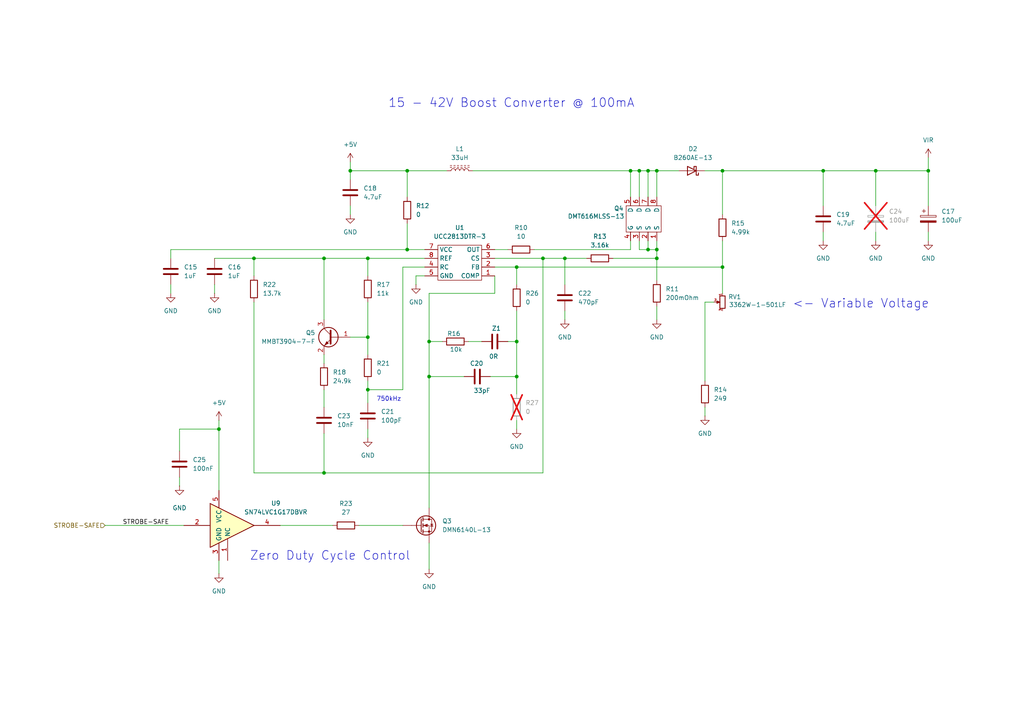
<source format=kicad_sch>
(kicad_sch (version 20250114) (generator "eeschema") (generator_version "9.0")
  (paper "A4")
  (title_block (title "Dual RPi5 Connector Board") (date "2025-09-04") (rev "Rev.1") (company "PiTrac"))
  (lib_symbols
    (symbol "74xGxx:74LVC1G34"
      (property "Reference" "U" (at 0 7.62 0))
      (property "Value" "74LVC1G34" (at 5.08 -7.62 0))
      (symbol "74LVC1G34_0_1"
        (polyline (pts (xy -7.62 6.35) (xy -7.62 -6.35) (xy 5.08 0) (xy -7.62 6.35)) (stroke (width 0.254)) (fill (type background)))
      )
      (symbol "74LVC1G34_1_1"
        (pin input line (at -15.24 0 0) (length 7.62) (name "~") (number "2"))
        (pin power_in line (at -5.08 10.16 270) (length 5.08) (name "VCC") (number "5"))
        (pin power_in line (at -5.08 -10.16 90) (length 5.08) (name "GND") (number "3"))
        (pin free line (at -2.54 -10.16 90) (length 6.35) (name "NC") (number "1"))
        (pin output line (at 12.7 0 180) (length 7.62) (name "~") (number "4"))
      )
    )
    (symbol "Device:C" (pin_numbers (hide yes)) (pin_names (offset 0.254))
      (property "Reference" "C" (at 0.635 2.54 0))
      (property "Value" "C" (at 0.635 -2.54 0))
      (symbol "C_0_1"
        (polyline (pts (xy -2.032 0.762) (xy 2.032 0.762)) (stroke (width 0.508)))
        (polyline (pts (xy -2.032 -0.762) (xy 2.032 -0.762)) (stroke (width 0.508)))
      )
      (symbol "C_1_1"
        (pin passive line (at 0 3.81 270) (length 2.794) (name "~") (number "1"))
        (pin passive line (at 0 -3.81 90) (length 2.794) (name "~") (number "2"))
      )
    )
    (symbol "Device:C_Polarized" (pin_numbers (hide yes)) (pin_names (offset 0.254))
      (property "Reference" "C" (at 0.635 2.54 0))
      (property "Value" "C_Polarized" (at 0.635 -2.54 0))
      (symbol "C_Polarized_0_1"
        (rectangle (start -2.286 0.508) (end 2.286 1.016))
        (polyline (pts (xy -1.778 2.286) (xy -0.762 2.286)))
        (polyline (pts (xy -1.27 2.794) (xy -1.27 1.778)))
        (rectangle (start 2.286 -0.508) (end -2.286 -1.016) (fill (type outline)))
      )
      (symbol "C_Polarized_1_1"
        (pin passive line (at 0 3.81 270) (length 2.794) (name "~") (number "1"))
        (pin passive line (at 0 -3.81 90) (length 2.794) (name "~") (number "2"))
      )
    )
    (symbol "Device:D_Schottky" (pin_numbers (hide yes)) (pin_names (offset 1.016) (hide yes))
      (property "Reference" "D" (at 0 2.54 0))
      (property "Value" "D_Schottky" (at 0 -2.54 0))
      (symbol "D_Schottky_0_1"
        (polyline (pts (xy -1.905 0.635) (xy -1.905 1.27) (xy -1.27 1.27) (xy -1.27 -1.27) (xy -0.635 -1.27) (xy -0.635 -0.635)) (stroke (width 0.254)))
        (polyline (pts (xy 1.27 1.27) (xy 1.27 -1.27) (xy -1.27 0) (xy 1.27 1.27)) (stroke (width 0.254)))
        (polyline (pts (xy 1.27 0) (xy -1.27 0)))
      )
      (symbol "D_Schottky_1_1"
        (pin passive line (at -3.81 0 0) (length 2.54) (name "K") (number "1"))
        (pin passive line (at 3.81 0 180) (length 2.54) (name "A") (number "2"))
      )
    )
    (symbol "Device:L_Ferrite" (pin_numbers (hide yes)) (pin_names (offset 1.016) (hide yes))
      (property "Reference" "L" (at -1.27 0 90))
      (property "Value" "L_Ferrite" (at 2.794 0 90))
      (symbol "L_Ferrite_0_1"
        (arc (start 0 2.54) (mid 0.6323 1.905) (end 0 1.27))
        (arc (start 0 1.27) (mid 0.6323 0.635) (end 0 0))
        (arc (start 0 0) (mid 0.6323 -0.635) (end 0 -1.27))
        (arc (start 0 -1.27) (mid 0.6323 -1.905) (end 0 -2.54))
        (polyline (pts (xy 1.016 2.286) (xy 1.016 2.794)))
        (polyline (pts (xy 1.016 1.27) (xy 1.016 1.778)))
        (polyline (pts (xy 1.016 0.254) (xy 1.016 0.762)))
        (polyline (pts (xy 1.016 -0.762) (xy 1.016 -0.254)))
        (polyline (pts (xy 1.016 -1.778) (xy 1.016 -1.27)))
        (polyline (pts (xy 1.016 -2.794) (xy 1.016 -2.286)))
        (polyline (pts (xy 1.524 2.794) (xy 1.524 2.286)))
        (polyline (pts (xy 1.524 1.778) (xy 1.524 1.27)))
        (polyline (pts (xy 1.524 0.762) (xy 1.524 0.254)))
        (polyline (pts (xy 1.524 -0.254) (xy 1.524 -0.762)))
        (polyline (pts (xy 1.524 -1.27) (xy 1.524 -1.778)))
        (polyline (pts (xy 1.524 -2.286) (xy 1.524 -2.794)))
      )
      (symbol "L_Ferrite_1_1"
        (pin passive line (at 0 3.81 270) (length 1.27) (name "1") (number "1"))
        (pin passive line (at 0 -3.81 90) (length 1.27) (name "2") (number "2"))
      )
    )
    (symbol "Device:Q_NMOS" (pin_numbers (hide yes)) (pin_names (offset 0) (hide yes))
      (property "Reference" "Q1" (at 6.35 1.2701 0))
      (property "Value" "DMG2302UKQ-7" (at 6.35 -1.2699 0))
      (symbol "Q_NMOS_0_1"
        (polyline (pts (xy 0.254 1.905) (xy 0.254 -1.905)) (stroke (width 0.254)))
        (polyline (pts (xy 0.254 0) (xy -2.54 0)))
        (polyline (pts (xy 0.762 2.286) (xy 0.762 1.27)) (stroke (width 0.254)))
        (polyline (pts (xy 0.762 0.508) (xy 0.762 -0.508)) (stroke (width 0.254)))
        (polyline (pts (xy 0.762 -1.27) (xy 0.762 -2.286)) (stroke (width 0.254)))
        (polyline (pts (xy 0.762 -1.778) (xy 3.302 -1.778) (xy 3.302 1.778) (xy 0.762 1.778)))
        (polyline (pts (xy 1.016 0) (xy 2.032 0.381) (xy 2.032 -0.381) (xy 1.016 0)) (fill (type outline)))
        (circle (center 1.651 0) (radius 2.794) (stroke (width 0.254)))
        (polyline (pts (xy 2.54 2.54) (xy 2.54 1.778)))
        (circle (center 2.54 1.778) (radius 0.254) (fill (type outline)))
        (circle (center 2.54 -1.778) (radius 0.254) (fill (type outline)))
        (polyline (pts (xy 2.54 -2.54) (xy 2.54 0) (xy 0.762 0)))
        (polyline (pts (xy 2.921 0.381) (xy 3.683 0.381)))
        (polyline (pts (xy 3.302 0.381) (xy 2.921 -0.254) (xy 3.683 -0.254) (xy 3.302 0.381)))
      )
      (symbol "Q_NMOS_1_1"
        (pin input line (at -5.08 0 0) (length 2.54) (name "1") (number "1"))
        (pin passive line (at 2.54 5.08 270) (length 2.54) (name "3") (number "3"))
        (pin passive line (at 2.54 -5.08 90) (length 2.54) (name "2") (number "2"))
      )
    )
    (symbol "Device:R" (pin_numbers (hide yes)) (pin_names (offset 0))
      (property "Reference" "R" (at 2.032 0 90))
      (property "Value" "R" (at 0 0 90))
      (symbol "R_0_1"
        (rectangle (start -1.016 -2.54) (end 1.016 2.54) (stroke (width 0.254)))
      )
      (symbol "R_1_1"
        (pin passive line (at 0 3.81 270) (length 1.27) (name "~") (number "1"))
        (pin passive line (at 0 -3.81 90) (length 1.27) (name "~") (number "2"))
      )
    )
    (symbol "Device:R_Potentiometer_Small" (pin_names (offset 1.016) (hide yes))
      (property "Reference" "RV" (at -4.445 0 90))
      (property "Value" "R_Potentiometer_Small" (at -2.54 0 90))
      (symbol "R_Potentiometer_Small_0_1"
        (rectangle (start 0.762 1.8034) (end -0.762 -1.8034) (stroke (width 0.254)))
        (polyline (pts (xy 0.889 0) (xy 0.635 0) (xy 1.651 0.381) (xy 1.651 -0.381) (xy 0.635 0) (xy 0.889 0)) (fill (type outline)))
      )
      (symbol "R_Potentiometer_Small_1_1"
        (pin passive line (at 0 2.54 270) (length 0.635) (name "1") (number "1"))
        (pin passive line (at 0 -2.54 90) (length 0.635) (name "3") (number "3"))
        (pin passive line (at 2.54 0 180) (length 0.9906) (name "2") (number "2"))
      )
    )
    (symbol "Pi Connector Parts:DMT6012LSS-13"
      (property "Reference" "Q" (at -3.302 -6.35 0))
      (property "Value" "DMT6012LSS-13" (at 0 0 0))
      (symbol "DMT6012LSS-13_0_1"
        (rectangle (start -3.81 5.08) (end 3.81 -5.08))
      )
      (symbol "DMT6012LSS-13_1_1"
        (pin passive line (at -6.35 3.81 0) (length 2.54) (name "S") (number "1"))
        (pin passive line (at -6.35 1.27 0) (length 2.54) (name "S") (number "2"))
        (pin passive line (at -6.35 -1.27 0) (length 2.54) (name "S") (number "3"))
        (pin passive line (at -6.35 -3.81 0) (length 2.54) (name "G") (number "4"))
        (pin passive line (at 6.35 3.81 180) (length 2.54) (name "D") (number "8"))
        (pin passive line (at 6.35 1.27 180) (length 2.54) (name "D") (number "7"))
        (pin passive line (at 6.35 -1.27 180) (length 2.54) (name "D") (number "6"))
        (pin passive line (at 6.35 -3.81 180) (length 2.54) (name "D") (number "5"))
      )
    )
    (symbol "Pi Connector Parts:UCC2813DTR-3"
      (property "Reference" "U" (at -5.842 -6.096 0))
      (property "Value" "UCC2813DTR-3" (at 0 0 0))
      (symbol "UCC2813DTR-3_0_1"
        (rectangle (start -6.35 5.08) (end 6.35 -5.08))
      )
      (symbol "UCC2813DTR-3_1_1"
        (pin passive line (at -10.16 3.81 0) (length 3.81) (name "VCC") (number "7"))
        (pin passive line (at -10.16 1.27 0) (length 3.81) (name "REF") (number "8"))
        (pin passive line (at -10.16 -1.27 0) (length 3.81) (name "RC") (number "4"))
        (pin passive line (at -10.16 -3.81 0) (length 3.81) (name "GND") (number "5"))
        (pin passive line (at 10.16 3.81 180) (length 3.81) (name "OUT") (number "6"))
        (pin passive line (at 10.16 1.27 180) (length 3.81) (name "CS") (number "3"))
        (pin passive line (at 10.16 -1.27 180) (length 3.81) (name "FB") (number "2"))
        (pin passive line (at 10.16 -3.81 180) (length 3.81) (name "COMP") (number "1"))
      )
    )
    (symbol "Transistor_BJT:MMBT3904" (pin_names (offset 0) (hide yes))
      (property "Reference" "Q" (at 5.08 1.905 0))
      (property "Value" "MMBT3904" (at 5.08 0 0))
      (symbol "MMBT3904_0_1"
        (polyline (pts (xy -2.54 0) (xy 0.635 0)))
        (polyline (pts (xy 0.635 1.905) (xy 0.635 -1.905)) (stroke (width 0.508)))
        (circle (center 1.27 0) (radius 2.8194) (stroke (width 0.254)))
      )
      (symbol "MMBT3904_1_1"
        (polyline (pts (xy 0.635 0.635) (xy 2.54 2.54)))
        (polyline (pts (xy 0.635 -0.635) (xy 2.54 -2.54)))
        (polyline (pts (xy 1.27 -1.778) (xy 1.778 -1.27) (xy 2.286 -2.286) (xy 1.27 -1.778)) (fill (type outline)))
        (pin input line (at -5.08 0 0) (length 2.54) (name "B") (number "1"))
        (pin passive line (at 2.54 5.08 270) (length 2.54) (name "C") (number "3"))
        (pin passive line (at 2.54 -5.08 90) (length 2.54) (name "E") (number "2"))
      )
    )
    (symbol "power:+5V" (power) (pin_numbers (hide yes)) (pin_names (offset 0) (hide yes))
      (property "Value" "+5V" (at 0 3.556 0))
      (symbol "+5V_0_1"
        (polyline (pts (xy -0.762 1.27) (xy 0 2.54)))
        (polyline (pts (xy 0 2.54) (xy 0.762 1.27)))
        (polyline (pts (xy 0 0) (xy 0 2.54)))
      )
      (symbol "+5V_1_1"
        (pin power_in line (at 0 0 90) (length 0) (name "~") (number "1"))
      )
    )
    (symbol "power:GND" (power) (pin_numbers (hide yes)) (pin_names (offset 0) (hide yes))
      (property "Value" "GND" (at 0 -3.81 0))
      (symbol "GND_0_1"
        (polyline (pts (xy 0 0) (xy 0 -1.27) (xy 1.27 -1.27) (xy 0 -2.54) (xy -1.27 -1.27) (xy 0 -1.27)))
      )
      (symbol "GND_1_1"
        (pin power_in line (at 0 0 270) (length 0) (name "~") (number "1"))
      )
    )
  )
  (text "Zero Duty Cycle Control" (at 95.758 161.29 0) (effects (font (size 2.54 2.54))))
  (text "<- Variable Voltage" (at 249.682 88.138 0) (effects (font (size 2.54 2.54))))
  (text "750kHz" (at 112.776 115.824 0) (effects (font (size 1.27 1.27))))
  (text "15 - 42V Boost Converter @ 100mA" (at 148.336 29.972 0) (effects (font (size 2.54 2.54))))
  (junction (at 190.5 74.93))
  (junction (at 238.76 49.53))
  (junction (at 149.86 77.47))
  (junction (at 187.96 49.53))
  (junction (at 73.66 74.93))
  (junction (at 106.68 113.03))
  (junction (at 190.5 49.53))
  (junction (at 118.11 49.53))
  (junction (at 149.86 109.22))
  (junction (at 124.46 99.06))
  (junction (at 106.68 74.93))
  (junction (at 118.11 72.39))
  (junction (at 93.98 74.93))
  (junction (at 93.98 137.16))
  (junction (at 185.42 49.53))
  (junction (at 187.96 72.39))
  (junction (at 190.5 72.39))
  (junction (at 63.5 124.46))
  (junction (at 157.48 74.93))
  (junction (at 209.55 77.47))
  (junction (at 269.24 49.53))
  (junction (at 124.46 109.22))
  (junction (at 209.55 49.53))
  (junction (at 254 49.53))
  (junction (at 182.88 49.53))
  (junction (at 101.6 49.53))
  (junction (at 106.68 97.79))
  (junction (at 149.86 99.06))
  (junction (at 163.83 74.93))
  (wire (pts (xy 73.66 137.16) (xy 93.98 137.16)))
  (wire (pts (xy 149.86 77.47) (xy 209.55 77.47)))
  (wire (pts (xy 49.53 72.39) (xy 49.53 74.93)))
  (wire (pts (xy 124.46 85.09) (xy 124.46 99.06)))
  (wire (pts (xy 147.32 99.06) (xy 149.86 99.06)))
  (wire (pts (xy 120.65 80.01) (xy 123.19 80.01)))
  (wire (pts (xy 116.84 77.47) (xy 116.84 113.03)))
  (wire (pts (xy 73.66 87.63) (xy 73.66 137.16)))
  (wire (pts (xy 149.86 121.92) (xy 149.86 124.46)))
  (wire (pts (xy 163.83 74.93) (xy 170.18 74.93)))
  (wire (pts (xy 63.5 124.46) (xy 63.5 142.24)))
  (wire (pts (xy 185.42 72.39) (xy 187.96 72.39)))
  (wire (pts (xy 185.42 49.53) (xy 187.96 49.53)))
  (wire (pts (xy 101.6 59.69) (xy 101.6 62.23)))
  (wire (pts (xy 182.88 49.53) (xy 182.88 57.15)))
  (wire (pts (xy 62.23 74.93) (xy 73.66 74.93)))
  (wire (pts (xy 209.55 62.23) (xy 209.55 49.53)))
  (wire (pts (xy 106.68 110.49) (xy 106.68 113.03)))
  (wire (pts (xy 187.96 72.39) (xy 190.5 72.39)))
  (wire (pts (xy 254 49.53) (xy 238.76 49.53)))
  (wire (pts (xy 52.07 138.43) (xy 52.07 140.97)))
  (wire (pts (xy 207.01 87.63) (xy 204.47 87.63)))
  (wire (pts (xy 124.46 109.22) (xy 134.62 109.22)))
  (wire (pts (xy 118.11 49.53) (xy 129.54 49.53)))
  (wire (pts (xy 106.68 74.93) (xy 123.19 74.93)))
  (wire (pts (xy 149.86 77.47) (xy 149.86 82.55)))
  (wire (pts (xy 190.5 72.39) (xy 190.5 69.85)))
  (wire (pts (xy 190.5 49.53) (xy 196.85 49.53)))
  (wire (pts (xy 30.48 152.4) (xy 53.34 152.4)))
  (wire (pts (xy 238.76 67.31) (xy 238.76 69.85)))
  (wire (pts (xy 137.16 49.53) (xy 182.88 49.53)))
  (wire (pts (xy 106.68 124.46) (xy 106.68 127)))
  (wire (pts (xy 106.68 97.79) (xy 106.68 102.87)))
  (wire (pts (xy 254 49.53) (xy 269.24 49.53)))
  (wire (pts (xy 143.51 85.09) (xy 124.46 85.09)))
  (wire (pts (xy 63.5 162.56) (xy 63.5 166.37)))
  (wire (pts (xy 93.98 125.73) (xy 93.98 137.16)))
  (wire (pts (xy 209.55 49.53) (xy 238.76 49.53)))
  (wire (pts (xy 120.65 80.01) (xy 120.65 82.55)))
  (wire (pts (xy 116.84 77.47) (xy 123.19 77.47)))
  (wire (pts (xy 142.24 109.22) (xy 149.86 109.22)))
  (wire (pts (xy 118.11 64.77) (xy 118.11 72.39)))
  (wire (pts (xy 238.76 49.53) (xy 238.76 59.69)))
  (wire (pts (xy 81.28 152.4) (xy 96.52 152.4)))
  (wire (pts (xy 49.53 72.39) (xy 118.11 72.39)))
  (wire (pts (xy 154.94 72.39) (xy 182.88 72.39)))
  (wire (pts (xy 73.66 74.93) (xy 73.66 80.01)))
  (wire (pts (xy 124.46 157.48) (xy 124.46 165.1)))
  (wire (pts (xy 149.86 99.06) (xy 149.86 90.17)))
  (wire (pts (xy 182.88 49.53) (xy 185.42 49.53)))
  (wire (pts (xy 185.42 69.85) (xy 185.42 72.39)))
  (wire (pts (xy 143.51 77.47) (xy 149.86 77.47)))
  (wire (pts (xy 190.5 74.93) (xy 190.5 81.28)))
  (wire (pts (xy 52.07 124.46) (xy 63.5 124.46)))
  (wire (pts (xy 190.5 88.9) (xy 190.5 92.71)))
  (wire (pts (xy 190.5 49.53) (xy 190.5 57.15)))
  (wire (pts (xy 73.66 74.93) (xy 93.98 74.93)))
  (wire (pts (xy 106.68 113.03) (xy 116.84 113.03)))
  (wire (pts (xy 104.14 152.4) (xy 116.84 152.4)))
  (wire (pts (xy 204.47 118.11) (xy 204.47 120.65)))
  (wire (pts (xy 93.98 113.03) (xy 93.98 118.11)))
  (wire (pts (xy 157.48 74.93) (xy 163.83 74.93)))
  (wire (pts (xy 101.6 49.53) (xy 118.11 49.53)))
  (wire (pts (xy 101.6 49.53) (xy 101.6 46.99)))
  (wire (pts (xy 163.83 74.93) (xy 163.83 82.55)))
  (wire (pts (xy 101.6 97.79) (xy 106.68 97.79)))
  (wire (pts (xy 106.68 87.63) (xy 106.68 97.79)))
  (wire (pts (xy 123.19 72.39) (xy 118.11 72.39)))
  (wire (pts (xy 204.47 87.63) (xy 204.47 110.49)))
  (wire (pts (xy 93.98 137.16) (xy 157.48 137.16)))
  (wire (pts (xy 157.48 74.93) (xy 157.48 137.16)))
  (wire (pts (xy 187.96 49.53) (xy 187.96 57.15)))
  (wire (pts (xy 149.86 109.22) (xy 149.86 114.3)))
  (wire (pts (xy 204.47 49.53) (xy 209.55 49.53)))
  (wire (pts (xy 49.53 82.55) (xy 49.53 85.09)))
  (wire (pts (xy 124.46 99.06) (xy 128.27 99.06)))
  (wire (pts (xy 254 59.69) (xy 254 49.53)))
  (wire (pts (xy 106.68 74.93) (xy 106.68 80.01)))
  (wire (pts (xy 52.07 130.81) (xy 52.07 124.46)))
  (wire (pts (xy 93.98 74.93) (xy 93.98 92.71)))
  (wire (pts (xy 269.24 49.53) (xy 269.24 59.69)))
  (wire (pts (xy 93.98 74.93) (xy 106.68 74.93)))
  (wire (pts (xy 187.96 49.53) (xy 190.5 49.53)))
  (wire (pts (xy 190.5 72.39) (xy 190.5 74.93)))
  (wire (pts (xy 118.11 57.15) (xy 118.11 49.53)))
  (wire (pts (xy 62.23 82.55) (xy 62.23 85.09)))
  (wire (pts (xy 209.55 77.47) (xy 209.55 85.09)))
  (wire (pts (xy 254 67.31) (xy 254 69.85)))
  (wire (pts (xy 124.46 99.06) (xy 124.46 109.22)))
  (wire (pts (xy 269.24 67.31) (xy 269.24 69.85)))
  (wire (pts (xy 177.8 74.93) (xy 190.5 74.93)))
  (wire (pts (xy 182.88 69.85) (xy 182.88 72.39)))
  (wire (pts (xy 143.51 74.93) (xy 157.48 74.93)))
  (wire (pts (xy 269.24 45.72) (xy 269.24 49.53)))
  (wire (pts (xy 185.42 49.53) (xy 185.42 57.15)))
  (wire (pts (xy 209.55 69.85) (xy 209.55 77.47)))
  (wire (pts (xy 63.5 121.92) (xy 63.5 124.46)))
  (wire (pts (xy 135.89 99.06) (xy 139.7 99.06)))
  (wire (pts (xy 163.83 90.17) (xy 163.83 92.71)))
  (wire (pts (xy 143.51 80.01) (xy 143.51 85.09)))
  (wire (pts (xy 93.98 102.87) (xy 93.98 105.41)))
  (wire (pts (xy 149.86 99.06) (xy 149.86 109.22)))
  (wire (pts (xy 187.96 69.85) (xy 187.96 72.39)))
  (wire (pts (xy 143.51 72.39) (xy 147.32 72.39)))
  (wire (pts (xy 101.6 52.07) (xy 101.6 49.53)))
  (wire (pts (xy 106.68 113.03) (xy 106.68 116.84)))
  (wire (pts (xy 124.46 147.32) (xy 124.46 109.22)))
  (label "STROBE-SAFE" (at 35.56 152.4 0))
  (hierarchical_label "STROBE-SAFE" (shape input) (at 30.48 152.4 180))
  (symbol (lib_id "Device:R") (at 149.86 118.11 180) (unit 1) (dnp yes)
    (property "Reference" "R27" (at 152.4 116.8399 0) (effects (justify right)))
    (property "Value" "0" (at 152.4 119.3799 0) (effects (justify right)))
    (property "Footprint" "Resistor_SMD:R_0603_1608Metric_Pad0.98x0.95mm_HandSolder" (effects (hide yes)))
    (property "Description" "Resistor" (effects (hide yes)))
    (property "Part Number" "RC0603JR-070RL" (effects (hide yes)))
  )
  (symbol (lib_id "Device:R") (at 106.68 83.82 180) (unit 1)
    (property "Reference" "R17" (at 109.22 82.5499 0) (effects (justify right)))
    (property "Value" "11k" (at 109.22 85.0899 0) (effects (justify right)))
    (property "Footprint" "Resistor_SMD:R_0603_1608Metric_Pad0.98x0.95mm_HandSolder" (effects (hide yes)))
    (property "Description" "Resistor" (effects (hide yes)))
    (property "Part Number" "RC0603FR-1311KL" (effects (hide yes)))
  )
  (symbol (lib_id "Device:R") (at 93.98 109.22 180) (unit 1)
    (property "Reference" "R18" (at 96.52 107.9499 0) (effects (justify right)))
    (property "Value" "24.9k" (at 96.52 110.4899 0) (effects (justify right)))
    (property "Footprint" "Resistor_SMD:R_0603_1608Metric_Pad0.98x0.95mm_HandSolder" (effects (hide yes)))
    (property "Description" "Resistor" (effects (hide yes)))
    (property "Part Number" "RC0603FR-0724K9L" (effects (hide yes)))
  )
  (symbol (lib_id "power:GND") (at 101.6 62.23 0) (mirror y) (unit 1)
    (property "Reference" "#PWR045" (effects (hide yes)))
    (property "Value" "GND" (at 101.6 67.31 0))
    (property "Description" "Power symbol creates a global label with name \"GND\" , ground" (effects (hide yes)))
  )
  (symbol (lib_id "Device:C") (at 62.23 78.74 0) (unit 1)
    (property "Reference" "C16" (at 66.04 77.4699 0) (effects (justify left)))
    (property "Value" "1uF" (at 66.04 80.0099 0) (effects (justify left)))
    (property "Footprint" "Capacitor_SMD:C_0603_1608Metric_Pad1.08x0.95mm_HandSolder" (effects (hide yes)))
    (property "Datasheet" "https://pim.murata.com/en-us/pim/details/?partNum=GCM188R71C105KA64%23" (effects (hide yes)))
    (property "Description" "Unpolarized capacitor" (effects (hide yes)))
    (property "Part Number" "GCM188R71C105KA64J" (effects (hide yes)))
  )
  (symbol (lib_id "Device:C") (at 52.07 134.62 0) (unit 1)
    (property "Reference" "C25" (at 55.88 133.3499 0) (effects (justify left)))
    (property "Value" "100nF" (at 55.88 135.8899 0) (effects (justify left)))
    (property "Footprint" "Capacitor_SMD:C_0603_1608Metric_Pad1.08x0.95mm_HandSolder" (effects (hide yes)))
    (property "Datasheet" "https://pim.murata.com/en-us/pim/details/?partNum=GCJ188R71H104KA12D" (effects (hide yes)))
    (property "Description" "Unpolarized capacitor" (effects (hide yes)))
    (property "Part Number" "GCJ188R71H104KA12D" (effects (hide yes)))
  )
  (symbol (lib_id "Device:R") (at 100.33 152.4 90) (unit 1)
    (property "Reference" "R23" (at 100.33 146.05 90))
    (property "Value" "27" (at 100.33 148.59 90))
    (property "Footprint" "Resistor_SMD:R_0603_1608Metric_Pad0.98x0.95mm_HandSolder" (effects (hide yes)))
    (property "Description" "Resistor" (effects (hide yes)))
    (property "Part Number" "RC0603FR-0727RL" (effects (hide yes)))
  )
  (symbol (lib_id "Device:C") (at 101.6 55.88 0) (unit 1)
    (property "Reference" "C18" (at 105.41 54.6099 0) (effects (justify left)))
    (property "Value" "4.7uF" (at 105.41 57.1499 0) (effects (justify left)))
    (property "Footprint" "Capacitor_SMD:C_0805_2012Metric_Pad1.18x1.45mm_HandSolder" (effects (hide yes)))
    (property "Datasheet" "https://pim.murata.com/en-us/pim/details/?partNum=GRM21BR71C475KE51%23" (effects (hide yes)))
    (property "Description" "Unpolarized capacitor" (effects (hide yes)))
    (property "Part Number" "GRM21BR71C475KE51L" (effects (hide yes)))
  )
  (symbol (lib_id "Device:C_Polarized") (at 269.24 63.5 0) (unit 1)
    (property "Reference" "C17" (at 273.05 61.3409 0) (effects (justify left)))
    (property "Value" "100uF" (at 273.05 63.8809 0) (effects (justify left)))
    (property "Footprint" "Capacitor_THT:CP_Radial_D10.0mm_P5.00mm" (effects (hide yes)))
    (property "Datasheet" "https://www.chemi-con.co.jp/products/relatedfiles/capacitor/catalog/HSELL-e.PDF" (effects (hide yes)))
    (property "Description" "Polarized capacitor" (effects (hide yes)))
    (property "Part Number" "HHSE630ELL101MJC5S" (effects (hide yes)))
  )
  (symbol (lib_id "74xGxx:74LVC1G34") (at 68.58 152.4 0) (unit 1)
    (property "Reference" "U9" (at 80.01 145.9798 0))
    (property "Value" "SN74LVC1G17DBVR" (at 80.01 148.5198 0))
    (property "Footprint" "Package_TO_SOT_SMD:SOT-23-5_HandSoldering" (effects (hide yes)))
    (property "Datasheet" "https://www.ti.com/lit/ds/symlink/sn74lvc1g17.pdf" (effects (hide yes)))
  )
  (symbol (lib_id "power:GND") (at 163.83 92.71 0) (mirror y) (unit 1)
    (property "Reference" "#PWR049" (effects (hide yes)))
    (property "Value" "GND" (at 163.83 97.79 0))
    (property "Description" "Power symbol creates a global label with name \"GND\" , ground" (effects (hide yes)))
  )
  (symbol (lib_id "Device:R") (at 204.47 114.3 180) (unit 1)
    (property "Reference" "R14" (at 207.01 113.0299 0) (effects (justify right)))
    (property "Value" "249" (at 207.01 115.5699 0) (effects (justify right)))
    (property "Footprint" "Resistor_SMD:R_0603_1608Metric_Pad0.98x0.95mm_HandSolder" (effects (hide yes)))
    (property "Description" "Resistor" (effects (hide yes)))
    (property "Part Number" "RC0603FR-07249RL" (effects (hide yes)))
  )
  (symbol (lib_id "Pi Connector Parts:DMT6012LSS-13") (at 186.69 63.5 270) (mirror x) (unit 1)
    (property "Reference" "Q4" (at 180.848 60.452 90) (effects (justify right)))
    (property "Value" "DMT616MLSS-13" (at 181.102 62.738 90) (effects (justify right)))
    (property "Footprint" "Pi Connector Parts:SOIC-8_3.9x4.9mm_P1.27mm_HandSolder" (effects (hide yes)))
    (property "Datasheet" "https://www.diodes.com/assets/Datasheets/DMT616MLSS.pdf" (effects (hide yes)))
  )
  (symbol (lib_id "power:GND") (at 254 69.85 0) (unit 1)
    (property "Reference" "#PWR050" (effects (hide yes)))
    (property "Value" "GND" (at 254 74.93 0))
    (property "Description" "Power symbol creates a global label with name \"GND\" , ground" (effects (hide yes)))
  )
  (symbol (lib_id "power:GND") (at 190.5 92.71 0) (mirror y) (unit 1)
    (property "Reference" "#PWR041" (effects (hide yes)))
    (property "Value" "GND" (at 190.5 97.79 0))
    (property "Description" "Power symbol creates a global label with name \"GND\" , ground" (effects (hide yes)))
  )
  (symbol (lib_id "power:GND") (at 62.23 85.09 0) (mirror y) (unit 1)
    (property "Reference" "#PWR026" (effects (hide yes)))
    (property "Value" "GND" (at 62.23 90.17 0))
    (property "Description" "Power symbol creates a global label with name \"GND\" , ground" (effects (hide yes)))
  )
  (symbol (lib_id "Device:R") (at 149.86 86.36 180) (unit 1)
    (property "Reference" "R26" (at 152.4 85.0899 0) (effects (justify right)))
    (property "Value" "0" (at 152.4 87.6299 0) (effects (justify right)))
    (property "Footprint" "Resistor_SMD:R_0603_1608Metric_Pad0.98x0.95mm_HandSolder" (effects (hide yes)))
    (property "Description" "Resistor" (effects (hide yes)))
    (property "Part Number" "RC0603JR-070RL" (effects (hide yes)))
  )
  (symbol (lib_id "power:GND") (at 269.24 69.85 0) (unit 1)
    (property "Reference" "#PWR042" (effects (hide yes)))
    (property "Value" "GND" (at 269.24 74.93 0))
    (property "Description" "Power symbol creates a global label with name \"GND\" , ground" (effects (hide yes)))
  )
  (symbol (lib_id "power:GND") (at 52.07 140.97 0) (unit 1)
    (property "Reference" "#PWR056" (effects (hide yes)))
    (property "Value" "GND" (at 52.07 147.32 0))
    (property "Description" "Power symbol creates a global label with name \"GND\" , ground" (effects (hide yes)))
  )
  (symbol (lib_id "power:+5V") (at 101.6 46.99 0) (unit 1)
    (property "Reference" "#PWR047" (effects (hide yes)))
    (property "Value" "+5V" (at 101.6 41.91 0))
    (property "Description" "Power symbol creates a global label with name \"+5V\"" (effects (hide yes)))
  )
  (symbol (lib_id "Device:R") (at 106.68 106.68 180) (unit 1)
    (property "Reference" "R21" (at 109.22 105.4099 0) (effects (justify right)))
    (property "Value" "0" (at 109.22 107.9499 0) (effects (justify right)))
    (property "Footprint" "Resistor_SMD:R_0603_1608Metric_Pad0.98x0.95mm_HandSolder" (effects (hide yes)))
    (property "Description" "Resistor" (effects (hide yes)))
    (property "Part Number" "RC0603JR-070RL" (effects (hide yes)))
  )
  (symbol (lib_id "Device:R") (at 132.08 99.06 270) (unit 1)
    (property "Reference" "R16" (at 133.604 96.774 90) (effects (justify right)))
    (property "Value" "10k" (at 134.112 101.346 90) (effects (justify right)))
    (property "Footprint" "Resistor_SMD:R_0603_1608Metric_Pad0.98x0.95mm_HandSolder" (effects (hide yes)))
    (property "Description" "Resistor" (effects (hide yes)))
    (property "Part Number" "RC0603FR-0710KL" (effects (hide yes)))
  )
  (symbol (lib_id "power:+5V") (at 269.24 45.72 0) (unit 1)
    (property "Reference" "#PWR043" (effects (hide yes)))
    (property "Value" "VIR" (at 269.24 40.64 0))
    (property "Description" "Power symbol creates a global label with name \"+5V\"" (effects (hide yes)))
  )
  (symbol (lib_id "Device:C_Polarized") (at 254 63.5 0) (unit 1) (dnp yes)
    (property "Reference" "C24" (at 257.81 61.3409 0) (effects (justify left)))
    (property "Value" "100uF" (at 257.81 63.8809 0) (effects (justify left)))
    (property "Footprint" "Capacitor_THT:CP_Radial_D10.0mm_P5.00mm" (effects (hide yes)))
    (property "Datasheet" "https://www.chemi-con.co.jp/products/relatedfiles/capacitor/catalog/HSELL-e.PDF" (effects (hide yes)))
    (property "Description" "Polarized capacitor" (effects (hide yes)))
    (property "Part Number" "HHSE630ELL101MJC5S" (effects (hide yes)))
  )
  (symbol (lib_id "Transistor_BJT:MMBT3904") (at 96.52 97.79 0) (mirror y) (unit 1)
    (property "Reference" "Q5" (at 91.44 96.5199 0) (effects (justify left)))
    (property "Value" "MMBT3904-7-F" (at 91.44 99.0599 0) (effects (justify left)))
    (property "Footprint" "Package_TO_SOT_SMD:SOT-23" (effects (hide yes)))
    (property "Datasheet" "https://www.diodes.com/assets/Datasheets/MMBT3904.pdf" (effects (hide yes)))
  )
  (symbol (lib_id "Device:L_Ferrite") (at 133.35 49.53 90) (unit 1)
    (property "Reference" "L1" (at 133.35 43.18 90))
    (property "Value" "33uH" (at 133.35 45.72 90))
    (property "Footprint" "Inductor_THT:L_Radial_D8.7mm_P5.00mm_Fastron_07HCP" (effects (hide yes)))
    (property "Datasheet" "https://www.bourns.com/docs/Product-Datasheets/rlb.pdf" (effects (hide yes)))
    (property "Description" "Inductor with ferrite core" (effects (hide yes)))
    (property "Part Number" "RLB0914-330KL" (effects (hide yes)))
  )
  (symbol (lib_id "power:GND") (at 120.65 82.55 0) (mirror y) (unit 1)
    (property "Reference" "#PWR025" (effects (hide yes)))
    (property "Value" "GND" (at 120.65 87.63 0))
    (property "Description" "Power symbol creates a global label with name \"GND\" , ground" (effects (hide yes)))
  )
  (symbol (lib_id "Pi Connector Parts:UCC2813DTR-3") (at 133.35 76.2 0) (unit 1)
    (property "Reference" "U1" (at 133.35 66.04 0))
    (property "Value" "UCC2813DTR-3" (at 133.35 68.58 0))
    (property "Footprint" "Pi Connector Parts:SOIC-8_3.9x4.9mm_P1.27mm_HandSolder" (effects (hide yes)))
    (property "Datasheet" "https://www.ti.com/lit/ds/symlink/ucc2813-0.pdf" (effects (hide yes)))
  )
  (symbol (lib_id "Device:R") (at 151.13 72.39 90) (unit 1)
    (property "Reference" "R10" (at 151.13 66.04 90))
    (property "Value" "10" (at 151.13 68.58 90))
    (property "Footprint" "Resistor_SMD:R_0603_1608Metric_Pad0.98x0.95mm_HandSolder" (effects (hide yes)))
    (property "Description" "Resistor" (effects (hide yes)))
    (property "Part Number" "RC0603FR-1310RL" (effects (hide yes)))
  )
  (symbol (lib_id "Device:C") (at 138.43 109.22 90) (unit 1)
    (property "Reference" "C20" (at 140.208 105.41 90) (effects (justify left)))
    (property "Value" "33pF" (at 142.24 113.284 90) (effects (justify left)))
    (property "Footprint" "Capacitor_SMD:C_0603_1608Metric_Pad1.08x0.95mm_HandSolder" (effects (hide yes)))
    (property "Datasheet" "https://pim.murata.com/en-us/pim/details/?partNum=GCM1885C2A330JA16%23" (effects (hide yes)))
    (property "Description" "Unpolarized capacitor" (effects (hide yes)))
    (property "Part Number" "GCM1885C2A330JA16D" (effects (hide yes)))
  )
  (symbol (lib_id "power:GND") (at 238.76 69.85 0) (mirror y) (unit 1)
    (property "Reference" "#PWR046" (effects (hide yes)))
    (property "Value" "GND" (at 238.76 74.93 0))
    (property "Description" "Power symbol creates a global label with name \"GND\" , ground" (effects (hide yes)))
  )
  (symbol (lib_id "power:GND") (at 149.86 124.46 0) (mirror y) (unit 1)
    (property "Reference" "#PWR09" (effects (hide yes)))
    (property "Value" "GND" (at 149.86 129.54 0))
    (property "Description" "Power symbol creates a global label with name \"GND\" , ground" (effects (hide yes)))
  )
  (symbol (lib_id "Device:R") (at 209.55 66.04 180) (unit 1)
    (property "Reference" "R15" (at 212.09 64.7699 0) (effects (justify right)))
    (property "Value" "4.99k" (at 212.09 67.3099 0) (effects (justify right)))
    (property "Footprint" "Resistor_SMD:R_0603_1608Metric_Pad0.98x0.95mm_HandSolder" (effects (hide yes)))
    (property "Description" "Resistor" (effects (hide yes)))
    (property "Part Number" "RC0603FR-074K99L" (effects (hide yes)))
  )
  (symbol (lib_id "power:GND") (at 63.5 166.37 0) (mirror y) (unit 1)
    (property "Reference" "#PWR055" (effects (hide yes)))
    (property "Value" "GND" (at 63.5 171.45 0))
    (property "Description" "Power symbol creates a global label with name \"GND\" , ground" (effects (hide yes)))
  )
  (symbol (lib_id "Device:R") (at 190.5 85.09 180) (unit 1)
    (property "Reference" "R11" (at 193.04 83.8199 0) (effects (justify right)))
    (property "Value" "200mOhm" (at 193.04 86.3599 0) (effects (justify right)))
    (property "Footprint" "Resistor_SMD:R_0805_2012Metric_Pad1.20x1.40mm_HandSolder" (effects (hide yes)))
    (property "Description" "Resistor" (effects (hide yes)))
    (property "Part Number" "RL0805FR-7W0R2L" (effects (hide yes)))
  )
  (symbol (lib_id "Device:R") (at 73.66 83.82 180) (unit 1)
    (property "Reference" "R22" (at 76.2 82.5499 0) (effects (justify right)))
    (property "Value" "13.7k" (at 76.2 85.0899 0) (effects (justify right)))
    (property "Footprint" "Resistor_SMD:R_0603_1608Metric_Pad0.98x0.95mm_HandSolder" (effects (hide yes)))
    (property "Description" "Resistor" (effects (hide yes)))
    (property "Part Number" "RC0603FR-0713K7L" (effects (hide yes)))
  )
  (symbol (lib_id "Device:R_Potentiometer_Small") (at 209.55 87.63 0) (mirror y) (unit 1)
    (property "Reference" "RV1" (at 213.106 86.106 0))
    (property "Value" "3362W-1-501LF" (at 219.71 88.392 0))
    (property "Footprint" "Pi Connector Parts:3362W-1-501LF" (effects (hide yes)))
    (property "Datasheet" "https://www.bourns.com/docs/Product-Datasheets/3362.pdf" (effects (hide yes)))
    (property "Description" "Potentiometer" (effects (hide yes)))
  )
  (symbol (lib_id "power:GND") (at 204.47 120.65 0) (mirror y) (unit 1)
    (property "Reference" "#PWR044" (effects (hide yes)))
    (property "Value" "GND" (at 204.47 125.73 0))
    (property "Description" "Power symbol creates a global label with name \"GND\" , ground" (effects (hide yes)))
  )
  (symbol (lib_id "Device:C") (at 49.53 78.74 0) (unit 1)
    (property "Reference" "C15" (at 53.34 77.4699 0) (effects (justify left)))
    (property "Value" "1uF" (at 53.34 80.0099 0) (effects (justify left)))
    (property "Footprint" "Capacitor_SMD:C_0603_1608Metric_Pad1.08x0.95mm_HandSolder" (effects (hide yes)))
    (property "Datasheet" "https://pim.murata.com/en-us/pim/details/?partNum=GCM188R71C105KA64%23" (effects (hide yes)))
    (property "Description" "Unpolarized capacitor" (effects (hide yes)))
    (property "Part Number" "GCM188R71C105KA64J" (effects (hide yes)))
  )
  (symbol (lib_id "Device:D_Schottky") (at 200.66 49.53 180) (unit 1)
    (property "Reference" "D2" (at 200.9775 43.18 0))
    (property "Value" "B260AE-13" (at 200.9775 45.72 0))
    (property "Footprint" "Diode_SMD:D_SMA_Handsoldering" (effects (hide yes)))
    (property "Datasheet" "https://www.diodes.com/assets/Datasheets/MBR180S1.pdf" (effects (hide yes)))
    (property "Description" "Schottky diode" (effects (hide yes)))
  )
  (symbol (lib_id "power:GND") (at 124.46 165.1 0) (mirror y) (unit 1)
    (property "Reference" "#PWR054" (effects (hide yes)))
    (property "Value" "GND" (at 124.46 170.18 0))
    (property "Description" "Power symbol creates a global label with name \"GND\" , ground" (effects (hide yes)))
  )
  (symbol (lib_id "Device:R") (at 118.11 60.96 0) (unit 1)
    (property "Reference" "R12" (at 120.65 59.6899 0) (effects (justify left)))
    (property "Value" "0" (at 120.65 62.2299 0) (effects (justify left)))
    (property "Footprint" "Resistor_SMD:R_0603_1608Metric_Pad0.98x0.95mm_HandSolder" (effects (hide yes)))
    (property "Description" "Resistor" (effects (hide yes)))
    (property "Part Number" "RC0603JR-070RL" (effects (hide yes)))
  )
  (symbol (lib_id "power:+5V") (at 63.5 121.92 0) (unit 1)
    (property "Reference" "#PWR057" (effects (hide yes)))
    (property "Value" "+5V" (at 63.5 116.84 0))
    (property "Description" "Power symbol creates a global label with name \"+5V\"" (effects (hide yes)))
  )
  (symbol (lib_id "power:GND") (at 49.53 85.09 0) (mirror y) (unit 1)
    (property "Reference" "#PWR040" (effects (hide yes)))
    (property "Value" "GND" (at 49.53 90.17 0))
    (property "Description" "Power symbol creates a global label with name \"GND\" , ground" (effects (hide yes)))
  )
  (symbol (lib_id "Device:C") (at 106.68 120.65 0) (unit 1)
    (property "Reference" "C21" (at 110.49 119.3799 0) (effects (justify left)))
    (property "Value" "100pF" (at 110.49 121.9199 0) (effects (justify left)))
    (property "Footprint" "Capacitor_SMD:C_0603_1608Metric_Pad1.08x0.95mm_HandSolder" (effects (hide yes)))
    (property "Datasheet" "https://pim.murata.com/en-us/pim/details/?partNum=GCM1885C1H101JA16%23" (effects (hide yes)))
    (property "Description" "Unpolarized capacitor" (effects (hide yes)))
    (property "Part Number" "GCM1885C1H101JA16D" (effects (hide yes)))
  )
  (symbol (lib_id "Device:C") (at 93.98 121.92 0) (unit 1)
    (property "Reference" "C23" (at 97.79 120.6499 0) (effects (justify left)))
    (property "Value" "10nF" (at 97.79 123.1899 0) (effects (justify left)))
    (property "Footprint" "Capacitor_SMD:C_0603_1608Metric_Pad1.08x0.95mm_HandSolder" (effects (hide yes)))
    (property "Datasheet" "https://pim.murata.com/en-us/pim/details/?partNum=GRM188R72A103KA01%23" (effects (hide yes)))
    (property "Description" "Unpolarized capacitor" (effects (hide yes)))
    (property "Part Number" "GRM188R72A103KA01D" (effects (hide yes)))
  )
  (symbol (lib_id "power:GND") (at 106.68 127 0) (mirror y) (unit 1)
    (property "Reference" "#PWR048" (effects (hide yes)))
    (property "Value" "GND" (at 106.68 132.08 0))
    (property "Description" "Power symbol creates a global label with name \"GND\" , ground" (effects (hide yes)))
  )
  (symbol (lib_id "Device:C") (at 163.83 86.36 0) (unit 1)
    (property "Reference" "C22" (at 167.64 85.0899 0) (effects (justify left)))
    (property "Value" "470pF" (at 167.64 87.6299 0) (effects (justify left)))
    (property "Footprint" "Capacitor_SMD:C_0603_1608Metric_Pad1.08x0.95mm_HandSolder" (effects (hide yes)))
    (property "Datasheet" "https://pim.murata.com/en-us/pim/details/?partNum=GCM1885C1H471JA16%23" (effects (hide yes)))
    (property "Description" "Unpolarized capacitor" (effects (hide yes)))
    (property "Part Number" "GCM1885C1H471JA16J" (effects (hide yes)))
  )
  (symbol (lib_id "Device:C") (at 143.51 99.06 90) (unit 1)
    (property "Reference" "Z1" (at 145.288 95.25 90) (effects (justify left)))
    (property "Value" "0R" (at 144.526 103.378 90) (effects (justify left)))
    (property "Footprint" "Capacitor_SMD:C_0603_1608Metric_Pad1.08x0.95mm_HandSolder" (effects (hide yes)))
    (property "Description" "Capacitor Jumper" (effects (hide yes)))
    (property "Part Number" "RC0603JR-070RL" (effects (hide yes)))
  )
  (symbol (lib_id "Device:Q_NMOS") (at 121.92 152.4 0) (unit 1)
    (property "Reference" "Q3" (at 128.27 151.1299 0) (effects (justify left)))
    (property "Value" "DMN6140L-13" (at 128.27 153.6699 0) (effects (justify left)))
    (property "Footprint" "Package_TO_SOT_SMD:SOT-23-3" (effects (hide yes)))
    (property "Datasheet" "https://www.diodes.com/assets/Datasheets/DMN6140L.pdf" (effects (hide yes)))
    (property "Description" "N-MOSFET transistor" (effects (hide yes)))
  )
  (symbol (lib_id "Device:R") (at 173.99 74.93 90) (unit 1)
    (property "Reference" "R13" (at 173.99 68.58 90))
    (property "Value" "3.16k" (at 173.99 71.12 90))
    (property "Footprint" "Resistor_SMD:R_0603_1608Metric_Pad0.98x0.95mm_HandSolder" (effects (hide yes)))
    (property "Description" "Resistor" (effects (hide yes)))
    (property "Part Number" "RC0603FR-073K16L" (effects (hide yes)))
  )
  (symbol (lib_id "Device:C") (at 238.76 63.5 0) (unit 1)
    (property "Reference" "C19" (at 242.57 62.2299 0) (effects (justify left)))
    (property "Value" "4.7uF" (at 242.57 64.7699 0) (effects (justify left)))
    (property "Footprint" "Capacitor_SMD:C_1206_3216Metric_Pad1.33x1.80mm_HandSolder" (effects (hide yes)))
    (property "Datasheet" "https://pim.murata.com/en-us/pim/details/?partNum=GRM31CZ72A475KE11%23" (effects (hide yes)))
    (property "Description" "Unpolarized capacitor" (effects (hide yes)))
    (property "Part Number" "GRM31CZ72A475KE11L" (effects (hide yes)))
  )
)
</source>
